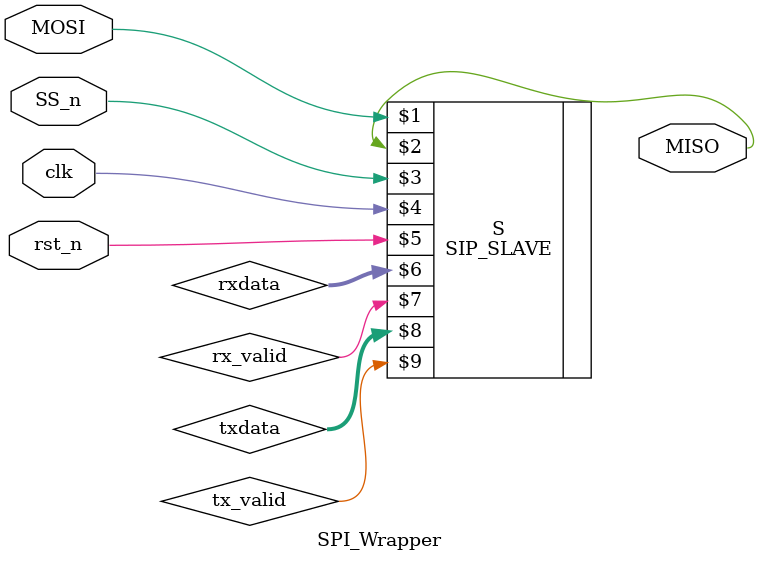
<source format=v>
module SPI_Wrapper(MISO, MOSI,SS_n,rst_n,clk);
input MOSI, SS_n,clk,rst_n;
output MISO;


wire [9:0] rxdata;
wire [7:0] txdata;
wire rx_valid,tx_valid;

//instantiation of spi slave and ram
//SPI_RAM #(256,8) R (rxdata, txdata, rx_valid, tx_valid , clk, rst_n);
//SPI_RAM1 R1 (.din(rxdata), .dout(txdata) ,.rx_valid(rx_valid), .tx_valid(rx_valid));
SIP_SLAVE  S (MOSI,MISO,SS_n,clk,rst_n,rxdata,rx_valid, txdata, tx_valid);
endmodule

</source>
